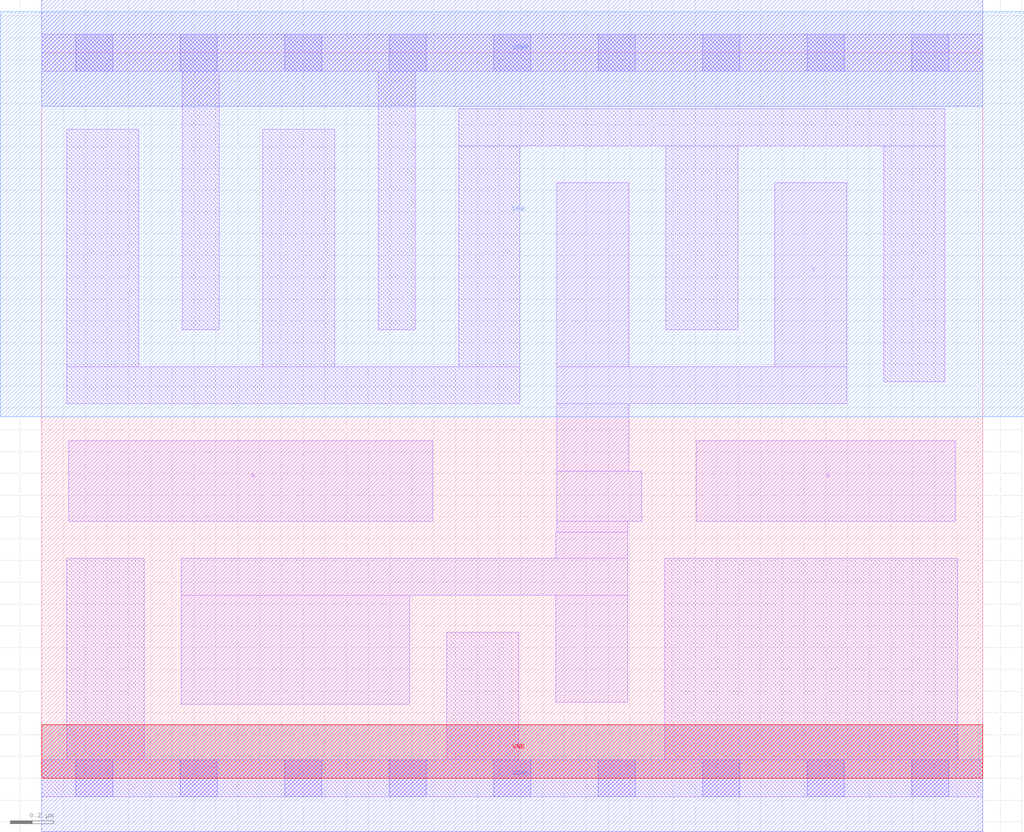
<source format=lef>
# Copyright 2020 The SkyWater PDK Authors
#
# Licensed under the Apache License, Version 2.0 (the "License");
# you may not use this file except in compliance with the License.
# You may obtain a copy of the License at
#
#     https://www.apache.org/licenses/LICENSE-2.0
#
# Unless required by applicable law or agreed to in writing, software
# distributed under the License is distributed on an "AS IS" BASIS,
# WITHOUT WARRANTIES OR CONDITIONS OF ANY KIND, either express or implied.
# See the License for the specific language governing permissions and
# limitations under the License.
#
# SPDX-License-Identifier: Apache-2.0

VERSION 5.7 ;
  NOWIREEXTENSIONATPIN ON ;
  DIVIDERCHAR "/" ;
  BUSBITCHARS "[]" ;
MACRO sky130_fd_sc_ms__nor2_4
  CLASS CORE ;
  FOREIGN sky130_fd_sc_ms__nor2_4 ;
  ORIGIN  0.000000  0.000000 ;
  SIZE  4.320000 BY  3.330000 ;
  SYMMETRY X Y ;
  SITE unit ;
  PIN A
    ANTENNAGATEAREA  1.028400 ;
    DIRECTION INPUT ;
    USE SIGNAL ;
    PORT
      LAYER li1 ;
        RECT 0.125000 1.180000 1.795000 1.550000 ;
    END
  END A
  PIN B
    ANTENNAGATEAREA  1.028400 ;
    DIRECTION INPUT ;
    USE SIGNAL ;
    PORT
      LAYER li1 ;
        RECT 3.005000 1.180000 4.195000 1.550000 ;
    END
  END B
  PIN Y
    ANTENNADIFFAREA  1.726400 ;
    DIRECTION OUTPUT ;
    USE SIGNAL ;
    PORT
      LAYER li1 ;
        RECT 0.640000 0.340000 1.690000 0.840000 ;
        RECT 0.640000 0.840000 2.690000 1.010000 ;
        RECT 2.360000 0.350000 2.690000 0.840000 ;
        RECT 2.360000 1.010000 2.690000 1.130000 ;
        RECT 2.365000 1.130000 2.690000 1.180000 ;
        RECT 2.365000 1.180000 2.755000 1.410000 ;
        RECT 2.365000 1.410000 2.695000 1.720000 ;
        RECT 2.365000 1.720000 3.695000 1.890000 ;
        RECT 2.365000 1.890000 2.695000 2.735000 ;
        RECT 3.365000 1.890000 3.695000 2.735000 ;
    END
  END Y
  PIN VGND
    DIRECTION INOUT ;
    USE GROUND ;
    PORT
      LAYER met1 ;
        RECT 0.000000 -0.245000 4.320000 0.245000 ;
    END
  END VGND
  PIN VNB
    DIRECTION INOUT ;
    USE GROUND ;
    PORT
      LAYER pwell ;
        RECT 0.000000 0.000000 4.320000 0.245000 ;
    END
  END VNB
  PIN VPB
    DIRECTION INOUT ;
    USE POWER ;
    PORT
      LAYER nwell ;
        RECT -0.190000 1.660000 4.510000 3.520000 ;
    END
  END VPB
  PIN VPWR
    DIRECTION INOUT ;
    USE POWER ;
    PORT
      LAYER met1 ;
        RECT 0.000000 3.085000 4.320000 3.575000 ;
    END
  END VPWR
  OBS
    LAYER li1 ;
      RECT 0.000000 -0.085000 4.320000 0.085000 ;
      RECT 0.000000  3.245000 4.320000 3.415000 ;
      RECT 0.115000  0.085000 0.470000 1.010000 ;
      RECT 0.115000  1.720000 2.195000 1.890000 ;
      RECT 0.115000  1.890000 0.445000 2.980000 ;
      RECT 0.645000  2.060000 0.815000 3.245000 ;
      RECT 1.015000  1.890000 1.345000 2.980000 ;
      RECT 1.545000  2.060000 1.715000 3.245000 ;
      RECT 1.860000  0.085000 2.190000 0.670000 ;
      RECT 1.915000  1.890000 2.195000 2.905000 ;
      RECT 1.915000  2.905000 4.145000 3.075000 ;
      RECT 2.860000  0.085000 4.205000 1.010000 ;
      RECT 2.865000  2.060000 3.195000 2.905000 ;
      RECT 3.865000  1.820000 4.145000 2.905000 ;
    LAYER mcon ;
      RECT 0.155000 -0.085000 0.325000 0.085000 ;
      RECT 0.155000  3.245000 0.325000 3.415000 ;
      RECT 0.635000 -0.085000 0.805000 0.085000 ;
      RECT 0.635000  3.245000 0.805000 3.415000 ;
      RECT 1.115000 -0.085000 1.285000 0.085000 ;
      RECT 1.115000  3.245000 1.285000 3.415000 ;
      RECT 1.595000 -0.085000 1.765000 0.085000 ;
      RECT 1.595000  3.245000 1.765000 3.415000 ;
      RECT 2.075000 -0.085000 2.245000 0.085000 ;
      RECT 2.075000  3.245000 2.245000 3.415000 ;
      RECT 2.555000 -0.085000 2.725000 0.085000 ;
      RECT 2.555000  3.245000 2.725000 3.415000 ;
      RECT 3.035000 -0.085000 3.205000 0.085000 ;
      RECT 3.035000  3.245000 3.205000 3.415000 ;
      RECT 3.515000 -0.085000 3.685000 0.085000 ;
      RECT 3.515000  3.245000 3.685000 3.415000 ;
      RECT 3.995000 -0.085000 4.165000 0.085000 ;
      RECT 3.995000  3.245000 4.165000 3.415000 ;
  END
END sky130_fd_sc_ms__nor2_4
END LIBRARY

</source>
